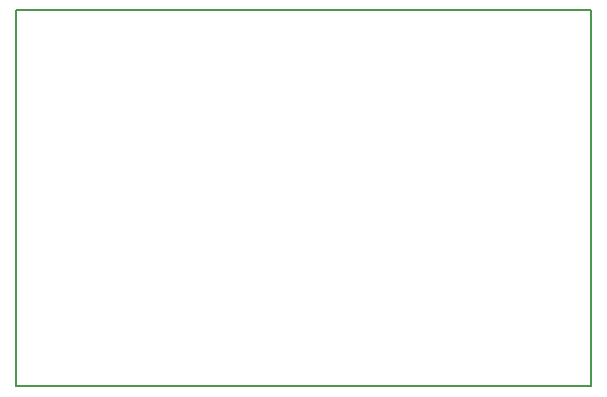
<source format=gm1>
G04 MADE WITH FRITZING*
G04 WWW.FRITZING.ORG*
G04 DOUBLE SIDED*
G04 HOLES PLATED*
G04 CONTOUR ON CENTER OF CONTOUR VECTOR*
%ASAXBY*%
%FSLAX23Y23*%
%MOIN*%
%OFA0B0*%
%SFA1.0B1.0*%
%ADD10R,1.926540X1.261680*%
%ADD11C,0.008000*%
%ADD10C,0.008*%
%LNCONTOUR*%
G90*
G70*
G54D10*
G54D11*
X4Y1258D02*
X1923Y1258D01*
X1923Y4D01*
X4Y4D01*
X4Y1258D01*
D02*
G04 End of contour*
M02*
</source>
